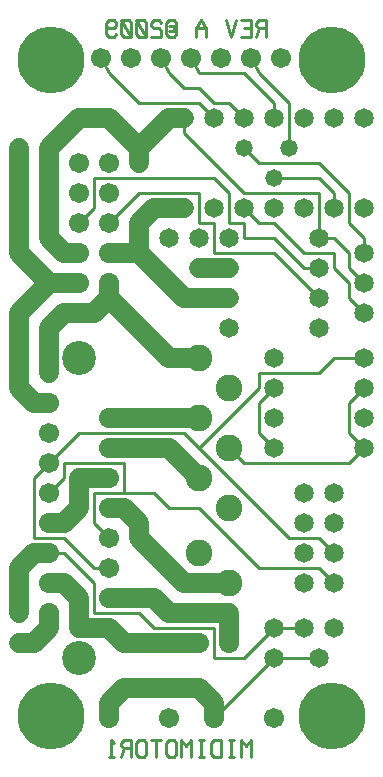
<source format=gbl>
%MOIN*%
%FSLAX25Y25*%
G04 D10 used for Character Trace; *
G04     Circle (OD=.01000) (No hole)*
G04 D11 used for Power Trace; *
G04     Circle (OD=.06500) (No hole)*
G04 D12 used for Signal Trace; *
G04     Circle (OD=.01100) (No hole)*
G04 D13 used for Via; *
G04     Circle (OD=.05800) (Round. Hole ID=.02800)*
G04 D14 used for Component hole; *
G04     Circle (OD=.06500) (Round. Hole ID=.03500)*
G04 D15 used for Component hole; *
G04     Circle (OD=.06700) (Round. Hole ID=.04300)*
G04 D16 used for Component hole; *
G04     Circle (OD=.08100) (Round. Hole ID=.05100)*
G04 D17 used for Component hole; *
G04     Circle (OD=.08900) (Round. Hole ID=.05900)*
G04 D18 used for Component hole; *
G04     Circle (OD=.11300) (Round. Hole ID=.08300)*
G04 D19 used for Component hole; *
G04     Circle (OD=.16000) (Round. Hole ID=.13000)*
G04 D20 used for Component hole; *
G04     Circle (OD=.18300) (Round. Hole ID=.15300)*
G04 D21 used for Component hole; *
G04     Circle (OD=.22291) (Round. Hole ID=.19291)*
%ADD10C,.01000*%
%ADD11C,.06500*%
%ADD12C,.01100*%
%ADD13C,.05800*%
%ADD14C,.06500*%
%ADD15C,.06700*%
%ADD16C,.08100*%
%ADD17C,.08900*%
%ADD18C,.11300*%
%ADD19C,.16000*%
%ADD20C,.18300*%
%ADD21C,.22291*%
%IPPOS*%
%LPD*%
G90*X0Y0D02*D21*X15625Y15625D03*D18*              
X25000Y35000D03*D10*X82511Y2129D02*Y7871D01*      
X80837Y5957D01*X79163Y7871D01*Y2129D01*X75837D02* 
Y7871D01*X76674Y2129D02*X75000D01*X76674Y7871D02* 
X75000D01*X72511Y2129D02*Y7871D01*X70000D01*      
X69163Y6914D01*Y3086D01*X70000Y2129D01*X72511D01* 
X65837D02*Y7871D01*X66674Y2129D02*X65000D01*      
X66674Y7871D02*X65000D01*X62511Y2129D02*Y7871D01* 
X60837Y5957D01*X59163Y7871D01*Y2129D01*           
X54163Y3086D02*X55000Y2129D01*X56674D01*          
X57511Y3086D01*Y6914D01*X56674Y7871D01*X55000D01* 
X54163Y6914D01*Y3086D01*X50837Y2129D02*Y7871D01*  
X52511D02*X49163D01*X44163Y3086D02*X45000Y2129D01*
X46674D01*X47511Y3086D01*Y6914D01*X46674Y7871D01* 
X45000D01*X44163Y6914D01*Y3086D01*X42511Y2129D02* 
Y7871D01*X40000D01*X39163Y6914D01*Y5957D01*       
X40000Y5000D01*X42511D01*X40000D02*X39163Y2129D01*
X36674Y6914D02*X35837Y7871D01*Y2129D01*X36674D02* 
X35000D01*D15*Y15000D03*D11*Y20000D01*            
X40000Y25000D01*X65000D01*X70000Y20000D01*        
Y15000D01*D15*D03*D12*X90000Y35000D01*D14*D03*D12*
X105000D01*D14*D03*X110000Y45000D03*X100000D03*   
D12*X90000D01*D14*D03*D12*X80000Y35000D01*        
X70000D01*Y45000D01*X50000D01*X45000Y50000D01*    
X30000D01*Y60000D01*X20000Y70000D01*X15000D01*D15*
D03*D11*X10000D01*X5000Y65000D01*Y50000D01*D14*   
D03*D15*X15000Y60000D03*D11*X20000D01*            
X25000Y55000D01*Y45000D01*X35000D01*              
X40000Y40000D01*X65000D01*D15*D03*D11*X75000D02*  
Y50000D01*D15*Y40000D03*D11*X55000Y50000D02*      
X75000D01*X55000D02*X50000Y55000D01*X35000D01*D15*
D03*Y65000D03*D12*X30000D01*X20000Y75000D01*      
X10000D01*Y95000D01*X15000Y100000D01*D15*D03*D12* 
X25000Y110000D01*X60000D01*X65000Y105000D01*      
X95000Y75000D01*X105000D01*X110000Y70000D01*D14*  
D03*D12*Y60000D02*X105000Y65000D01*D14*           
X110000Y60000D03*D12*X85000Y65000D02*X105000D01*  
X85000D02*X65000Y85000D01*X55000D01*              
X50000Y90000D01*X40000D01*X30000D01*Y80000D01*    
X35000Y75000D01*D15*D03*D11*X20000Y80000D02*      
X25000Y85000D01*X15000Y80000D02*X20000D01*D15*    
X15000D03*Y90000D03*D12*X20000Y95000D01*          
Y100000D01*X40000D01*Y90000D01*D15*               
X35000Y95000D03*D11*X25000D01*Y85000D01*D15*      
X35000D03*D11*X40000D01*X45000Y80000D01*Y75000D01*
X60000Y60000D01*X75000D01*D17*D03*X65000Y70000D03*
D14*X100000Y60000D03*D17*X75000Y85000D03*D14*     
X100000Y70000D03*Y80000D03*Y90000D03*D17*         
X65000Y95000D03*D11*X55000Y105000D01*X35000D01*   
D15*D03*Y115000D03*D11*X65000D01*D17*D03*         
X75000Y105000D03*D12*X80000Y100000D01*X115000D01* 
X120000Y105000D01*D14*D03*D12*X115000Y110000D01*  
Y120000D01*X120000Y125000D01*D14*D03*D12*         
X105000Y130000D02*X110000Y135000D01*              
X85000Y130000D02*X105000D01*X85000Y125000D02*     
Y130000D01*X65000Y105000D02*X85000Y125000D01*D17* 
X75000D03*D12*X90000Y105000D02*X85000Y110000D01*  
D14*X90000Y105000D03*D12*X85000Y110000D02*        
Y120000D01*X90000Y125000D01*D14*D03*Y135000D03*   
Y115000D03*X105000Y145000D03*D12*                 
X110000Y135000D02*X120000D01*D14*D03*Y150000D03*  
D12*X115000Y155000D01*Y160000D01*                 
X110000Y165000D01*Y170000D01*X100000D01*          
X90000Y180000D01*X85000D01*X80000Y185000D01*D14*  
D03*D12*X75000Y180000D02*Y190000D01*Y180000D02*   
X80000D01*Y175000D01*X90000D01*X100000Y165000D01* 
X105000D01*D14*D03*D12*X115000Y170000D02*         
X110000Y175000D01*X115000Y165000D02*Y170000D01*   
X120000Y160000D02*X115000Y165000D01*D14*          
X120000Y160000D03*Y170000D03*D12*Y175000D01*      
X115000Y180000D01*Y190000D01*X105000Y200000D01*   
X85000D01*X80000Y205000D01*D13*D03*               
X90000Y195000D03*D12*X105000D01*X110000Y190000D01*
Y185000D01*D14*D03*D12*X105000Y175000D02*         
Y190000D01*D14*Y175000D03*D12*X110000D01*D14*     
X120000Y185000D03*X100000D03*D12*X80000Y190000D02*
X105000D01*X80000D02*X60000Y210000D01*Y215000D01* 
D14*D03*D11*X55000D01*X45000Y205000D01*Y200000D01*
D13*D03*D11*Y205000D02*X35000Y215000D01*X25000D01*
X15000Y205000D01*Y175000D01*X20000Y170000D01*     
X25000D01*D15*D03*X35000Y160000D03*D11*Y155000D01*
X55000Y135000D01*X65000D01*D17*D03*D14*           
X75000Y145000D03*Y155000D03*D11*X65000D01*D14*D03*
D11*X60000D01*X45000Y170000D01*X35000D01*D15*D03* 
D11*X45000D02*Y180000D01*D15*X35000D03*D12*       
X45000Y190000D01*X65000D01*Y180000D01*X70000D01*  
Y170000D01*X90000D01*X105000Y155000D01*D14*D03*   
X75000Y175000D03*Y165000D03*D11*X65000D01*D14*D03*
X55000Y175000D03*X65000D03*D11*X45000Y180000D02*  
X50000Y185000D01*X60000D01*D14*D03*D12*           
X75000Y190000D02*X70000Y195000D01*X30000D01*      
Y185000D01*X25000Y180000D01*D15*D03*              
X35000Y190000D03*X25000D03*X35000Y200000D03*D11*  
X5000Y150000D02*X15000Y160000D01*X5000Y130000D02* 
Y150000D01*D14*Y130000D03*D11*Y125000D01*         
X10000Y120000D01*X15000D01*D15*D03*D14*Y130000D03*
D11*Y145000D01*X20000Y150000D01*X30000D01*        
X35000Y155000D01*D15*X25000Y160000D03*D11*        
X15000D01*X5000Y170000D01*Y205000D01*D13*D03*D15* 
X25000Y200000D03*X32500Y235000D03*D12*            
X35000Y230000D01*X45000Y220000D01*X65000D01*      
X70000Y215000D01*D14*D03*D12*X80000D02*           
X75000Y220000D01*D14*X80000Y215000D03*D12*        
X70000Y220000D02*X75000D01*X70000D02*             
X65000Y225000D01*X60000D01*X55000Y230000D01*      
X52500Y235000D01*D15*D03*D10*X87511Y242129D02*    
Y247871D01*X85000D01*X84163Y246914D01*Y245957D01* 
X85000Y245000D01*X87511D01*X85000D02*             
X84163Y242129D01*X79163D02*X82511D01*Y247871D01*  
X79163D01*X82511Y245000D02*X80000D01*             
X77511Y247871D02*X75837Y242129D01*                
X74163Y247871D01*X67511Y242129D02*Y245000D01*     
X65837Y247871D01*X64163Y245000D01*Y242129D01*     
X67511Y245000D02*X64163D01*D12*X65000Y230000D02*  
X80000D01*X90000Y220000D01*Y215000D01*D14*D03*D12*
X95000Y205000D02*Y220000D01*D13*Y205000D03*D14*   
X100000Y215000D03*D12*X95000Y220000D02*           
X85000Y230000D01*X82500Y235000D01*D15*D03*        
X92500D03*X72500D03*X62500D03*D12*                
X65000Y230000D01*D15*X42500Y235000D03*D10*        
X55000Y245957D02*X56674D01*Y244043D01*X55000D01*  
X56674Y242129D02*X55000D01*X54163Y243086D01*      
Y246914D01*X55000Y247871D01*X56674D01*            
X57511Y246914D01*Y243086D01*X56674Y242129D01*     
X52511Y246914D02*X51674Y247871D01*X50000D01*      
X49163Y246914D01*Y245957D01*X50000Y245000D01*     
X51674D01*X52511Y244043D01*Y242129D01*X49163D01*  
X44163Y243086D02*X45000Y242129D01*X46674D01*      
X47511Y243086D01*Y246914D01*X46674Y247871D01*     
X45000D01*X44163Y246914D01*Y243086D01*            
X47511Y242129D02*X44163Y247871D01*                
X39163Y243086D02*X40000Y242129D01*X41674D01*      
X42511Y243086D01*Y246914D01*X41674Y247871D01*     
X40000D01*X39163Y246914D01*Y243086D01*            
X42511Y242129D02*X39163Y247871D01*                
X34163Y245957D02*X35000Y245000D01*X36674D01*      
X37511Y245957D01*Y246914D01*X36674Y247871D01*     
X35000D01*X34163Y246914D01*Y243086D01*            
X35000Y242129D01*X36674D01*X37511Y243086D01*D14*  
X110000Y215000D03*D21*X109375Y234375D03*D14*      
X70000Y185000D03*X90000D03*D21*X15625Y234375D03*  
D14*X120000Y215000D03*D18*X25000Y135000D03*D14*   
X120000Y115000D03*D15*X15000Y110000D03*D14*       
X110000Y90000D03*Y80000D03*D15*X15000Y50000D03*   
D11*Y45000D01*X10000Y40000D01*X5000D01*D14*D03*   
D15*X55000Y15000D03*X90000D03*D21*                
X109375Y15625D03*M02*                             

</source>
